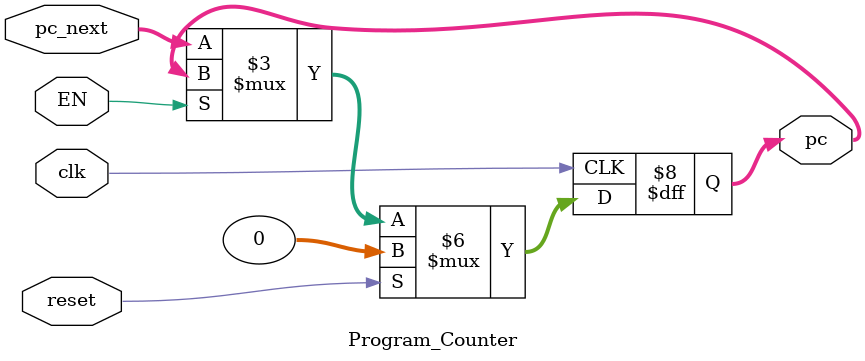
<source format=v>

`timescale 1ns / 1ps
	

module Program_Counter(output reg[31:0] pc, input clk,reset,EN, input [31:0] pc_next );

    always@(posedge clk)
begin
        if(reset)
        	pc<=32'h0;
        	else if(EN)
        	pc<=pc;

        else 
        	pc<=pc_next;
end
endmodule

</source>
